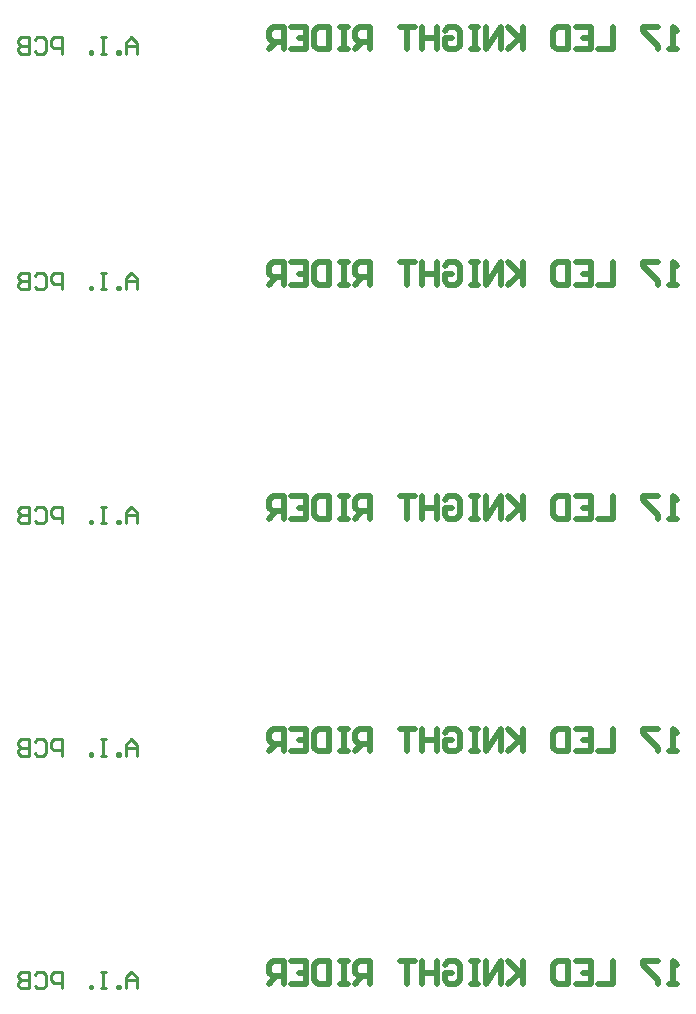
<source format=gbo>
G04 Layer_Color=32896*
%FSLAX25Y25*%
%MOIN*%
G70*
G01*
G75*
%ADD23C,0.01000*%
%ADD29C,0.01968*%
D23*
X48000Y4000D02*
Y7673D01*
X46163Y9510D01*
X44327Y7673D01*
Y4000D01*
Y6755D01*
X48000D01*
X42490Y4000D02*
Y4918D01*
X41572D01*
Y4000D01*
X42490D01*
X37898Y9510D02*
X36062D01*
X36980D01*
Y4000D01*
X37898D01*
X36062D01*
X33307D02*
Y4918D01*
X32388D01*
Y4000D01*
X33307D01*
X23205D02*
Y9510D01*
X20450D01*
X19532Y8592D01*
Y6755D01*
X20450Y5837D01*
X23205D01*
X14021Y8592D02*
X14940Y9510D01*
X16777D01*
X17695Y8592D01*
Y4918D01*
X16777Y4000D01*
X14940D01*
X14021Y4918D01*
X12185Y9510D02*
Y4000D01*
X9430D01*
X8512Y4918D01*
Y5837D01*
X9430Y6755D01*
X12185D01*
X9430D01*
X8512Y7673D01*
Y8592D01*
X9430Y9510D01*
X12185D01*
X48000Y159000D02*
Y162673D01*
X46163Y164510D01*
X44327Y162673D01*
Y159000D01*
Y161755D01*
X48000D01*
X42490Y159000D02*
Y159918D01*
X41572D01*
Y159000D01*
X42490D01*
X37898Y164510D02*
X36062D01*
X36980D01*
Y159000D01*
X37898D01*
X36062D01*
X33307D02*
Y159918D01*
X32388D01*
Y159000D01*
X33307D01*
X23205D02*
Y164510D01*
X20450D01*
X19532Y163592D01*
Y161755D01*
X20450Y160837D01*
X23205D01*
X14021Y163592D02*
X14940Y164510D01*
X16777D01*
X17695Y163592D01*
Y159918D01*
X16777Y159000D01*
X14940D01*
X14021Y159918D01*
X12185Y164510D02*
Y159000D01*
X9430D01*
X8512Y159918D01*
Y160837D01*
X9430Y161755D01*
X12185D01*
X9430D01*
X8512Y162673D01*
Y163592D01*
X9430Y164510D01*
X12185D01*
X48000Y81500D02*
Y85173D01*
X46163Y87010D01*
X44327Y85173D01*
Y81500D01*
Y84255D01*
X48000D01*
X42490Y81500D02*
Y82418D01*
X41572D01*
Y81500D01*
X42490D01*
X37898Y87010D02*
X36062D01*
X36980D01*
Y81500D01*
X37898D01*
X36062D01*
X33307D02*
Y82418D01*
X32388D01*
Y81500D01*
X33307D01*
X23205D02*
Y87010D01*
X20450D01*
X19532Y86092D01*
Y84255D01*
X20450Y83337D01*
X23205D01*
X14021Y86092D02*
X14940Y87010D01*
X16777D01*
X17695Y86092D01*
Y82418D01*
X16777Y81500D01*
X14940D01*
X14021Y82418D01*
X12185Y87010D02*
Y81500D01*
X9430D01*
X8512Y82418D01*
Y83337D01*
X9430Y84255D01*
X12185D01*
X9430D01*
X8512Y85173D01*
Y86092D01*
X9430Y87010D01*
X12185D01*
X48000Y237000D02*
Y240673D01*
X46163Y242510D01*
X44327Y240673D01*
Y237000D01*
Y239755D01*
X48000D01*
X42490Y237000D02*
Y237918D01*
X41572D01*
Y237000D01*
X42490D01*
X37898Y242510D02*
X36062D01*
X36980D01*
Y237000D01*
X37898D01*
X36062D01*
X33307D02*
Y237918D01*
X32388D01*
Y237000D01*
X33307D01*
X23205D02*
Y242510D01*
X20450D01*
X19532Y241592D01*
Y239755D01*
X20450Y238837D01*
X23205D01*
X14021Y241592D02*
X14940Y242510D01*
X16777D01*
X17695Y241592D01*
Y237918D01*
X16777Y237000D01*
X14940D01*
X14021Y237918D01*
X12185Y242510D02*
Y237000D01*
X9430D01*
X8512Y237918D01*
Y238837D01*
X9430Y239755D01*
X12185D01*
X9430D01*
X8512Y240673D01*
Y241592D01*
X9430Y242510D01*
X12185D01*
X48000Y315500D02*
Y319173D01*
X46163Y321010D01*
X44327Y319173D01*
Y315500D01*
Y318255D01*
X48000D01*
X42490Y315500D02*
Y316418D01*
X41572D01*
Y315500D01*
X42490D01*
X37898Y321010D02*
X36062D01*
X36980D01*
Y315500D01*
X37898D01*
X36062D01*
X33307D02*
Y316418D01*
X32388D01*
Y315500D01*
X33307D01*
X23205D02*
Y321010D01*
X20450D01*
X19532Y320092D01*
Y318255D01*
X20450Y317337D01*
X23205D01*
X14021Y320092D02*
X14940Y321010D01*
X16777D01*
X17695Y320092D01*
Y316418D01*
X16777Y315500D01*
X14940D01*
X14021Y316418D01*
X12185Y321010D02*
Y315500D01*
X9430D01*
X8512Y316418D01*
Y317337D01*
X9430Y318255D01*
X12185D01*
X9430D01*
X8512Y319173D01*
Y320092D01*
X9430Y321010D01*
X12185D01*
D29*
X228000Y5500D02*
X225507D01*
X226754D01*
Y12978D01*
X228000Y11732D01*
X221768Y12978D02*
X216783D01*
Y11732D01*
X221768Y6746D01*
Y5500D01*
X206813Y12978D02*
Y5500D01*
X201827D01*
X194350Y12978D02*
X199335D01*
Y5500D01*
X194350D01*
X199335Y9239D02*
X196842D01*
X191857Y12978D02*
Y5500D01*
X188118D01*
X186872Y6746D01*
Y11732D01*
X188118Y12978D01*
X191857D01*
X176901D02*
Y5500D01*
Y7993D01*
X171916Y12978D01*
X175655Y9239D01*
X171916Y5500D01*
X169423D02*
Y12978D01*
X164438Y5500D01*
Y12978D01*
X161945D02*
X159453D01*
X160699D01*
Y5500D01*
X161945D01*
X159453D01*
X150728Y11732D02*
X151975Y12978D01*
X154467D01*
X155714Y11732D01*
Y6746D01*
X154467Y5500D01*
X151975D01*
X150728Y6746D01*
Y9239D01*
X153221D01*
X148236Y12978D02*
Y5500D01*
Y9239D01*
X143251D01*
Y12978D01*
Y5500D01*
X140758Y12978D02*
X135773D01*
X138265D01*
Y5500D01*
X125802D02*
Y12978D01*
X122063D01*
X120817Y11732D01*
Y9239D01*
X122063Y7993D01*
X125802D01*
X123310D02*
X120817Y5500D01*
X118324Y12978D02*
X115832D01*
X117078D01*
Y5500D01*
X118324D01*
X115832D01*
X112093Y12978D02*
Y5500D01*
X108354D01*
X107107Y6746D01*
Y11732D01*
X108354Y12978D01*
X112093D01*
X99629D02*
X104615D01*
Y5500D01*
X99629D01*
X104615Y9239D02*
X102122D01*
X97137Y5500D02*
Y12978D01*
X93398D01*
X92152Y11732D01*
Y9239D01*
X93398Y7993D01*
X97137D01*
X94644D02*
X92152Y5500D01*
X228000Y160500D02*
X225507D01*
X226754D01*
Y167978D01*
X228000Y166732D01*
X221768Y167978D02*
X216783D01*
Y166732D01*
X221768Y161746D01*
Y160500D01*
X206813Y167978D02*
Y160500D01*
X201827D01*
X194350Y167978D02*
X199335D01*
Y160500D01*
X194350D01*
X199335Y164239D02*
X196842D01*
X191857Y167978D02*
Y160500D01*
X188118D01*
X186872Y161746D01*
Y166732D01*
X188118Y167978D01*
X191857D01*
X176901D02*
Y160500D01*
Y162993D01*
X171916Y167978D01*
X175655Y164239D01*
X171916Y160500D01*
X169423D02*
Y167978D01*
X164438Y160500D01*
Y167978D01*
X161945D02*
X159453D01*
X160699D01*
Y160500D01*
X161945D01*
X159453D01*
X150728Y166732D02*
X151975Y167978D01*
X154467D01*
X155714Y166732D01*
Y161746D01*
X154467Y160500D01*
X151975D01*
X150728Y161746D01*
Y164239D01*
X153221D01*
X148236Y167978D02*
Y160500D01*
Y164239D01*
X143251D01*
Y167978D01*
Y160500D01*
X140758Y167978D02*
X135773D01*
X138265D01*
Y160500D01*
X125802D02*
Y167978D01*
X122063D01*
X120817Y166732D01*
Y164239D01*
X122063Y162993D01*
X125802D01*
X123310D02*
X120817Y160500D01*
X118324Y167978D02*
X115832D01*
X117078D01*
Y160500D01*
X118324D01*
X115832D01*
X112093Y167978D02*
Y160500D01*
X108354D01*
X107107Y161746D01*
Y166732D01*
X108354Y167978D01*
X112093D01*
X99629D02*
X104615D01*
Y160500D01*
X99629D01*
X104615Y164239D02*
X102122D01*
X97137Y160500D02*
Y167978D01*
X93398D01*
X92152Y166732D01*
Y164239D01*
X93398Y162993D01*
X97137D01*
X94644D02*
X92152Y160500D01*
X228000Y83000D02*
X225507D01*
X226754D01*
Y90478D01*
X228000Y89232D01*
X221768Y90478D02*
X216783D01*
Y89232D01*
X221768Y84246D01*
Y83000D01*
X206813Y90478D02*
Y83000D01*
X201827D01*
X194350Y90478D02*
X199335D01*
Y83000D01*
X194350D01*
X199335Y86739D02*
X196842D01*
X191857Y90478D02*
Y83000D01*
X188118D01*
X186872Y84246D01*
Y89232D01*
X188118Y90478D01*
X191857D01*
X176901D02*
Y83000D01*
Y85493D01*
X171916Y90478D01*
X175655Y86739D01*
X171916Y83000D01*
X169423D02*
Y90478D01*
X164438Y83000D01*
Y90478D01*
X161945D02*
X159453D01*
X160699D01*
Y83000D01*
X161945D01*
X159453D01*
X150728Y89232D02*
X151975Y90478D01*
X154467D01*
X155714Y89232D01*
Y84246D01*
X154467Y83000D01*
X151975D01*
X150728Y84246D01*
Y86739D01*
X153221D01*
X148236Y90478D02*
Y83000D01*
Y86739D01*
X143251D01*
Y90478D01*
Y83000D01*
X140758Y90478D02*
X135773D01*
X138265D01*
Y83000D01*
X125802D02*
Y90478D01*
X122063D01*
X120817Y89232D01*
Y86739D01*
X122063Y85493D01*
X125802D01*
X123310D02*
X120817Y83000D01*
X118324Y90478D02*
X115832D01*
X117078D01*
Y83000D01*
X118324D01*
X115832D01*
X112093Y90478D02*
Y83000D01*
X108354D01*
X107107Y84246D01*
Y89232D01*
X108354Y90478D01*
X112093D01*
X99629D02*
X104615D01*
Y83000D01*
X99629D01*
X104615Y86739D02*
X102122D01*
X97137Y83000D02*
Y90478D01*
X93398D01*
X92152Y89232D01*
Y86739D01*
X93398Y85493D01*
X97137D01*
X94644D02*
X92152Y83000D01*
X228000Y238500D02*
X225507D01*
X226754D01*
Y245978D01*
X228000Y244732D01*
X221768Y245978D02*
X216783D01*
Y244732D01*
X221768Y239746D01*
Y238500D01*
X206813Y245978D02*
Y238500D01*
X201827D01*
X194350Y245978D02*
X199335D01*
Y238500D01*
X194350D01*
X199335Y242239D02*
X196842D01*
X191857Y245978D02*
Y238500D01*
X188118D01*
X186872Y239746D01*
Y244732D01*
X188118Y245978D01*
X191857D01*
X176901D02*
Y238500D01*
Y240993D01*
X171916Y245978D01*
X175655Y242239D01*
X171916Y238500D01*
X169423D02*
Y245978D01*
X164438Y238500D01*
Y245978D01*
X161945D02*
X159453D01*
X160699D01*
Y238500D01*
X161945D01*
X159453D01*
X150728Y244732D02*
X151975Y245978D01*
X154467D01*
X155714Y244732D01*
Y239746D01*
X154467Y238500D01*
X151975D01*
X150728Y239746D01*
Y242239D01*
X153221D01*
X148236Y245978D02*
Y238500D01*
Y242239D01*
X143251D01*
Y245978D01*
Y238500D01*
X140758Y245978D02*
X135773D01*
X138265D01*
Y238500D01*
X125802D02*
Y245978D01*
X122063D01*
X120817Y244732D01*
Y242239D01*
X122063Y240993D01*
X125802D01*
X123310D02*
X120817Y238500D01*
X118324Y245978D02*
X115832D01*
X117078D01*
Y238500D01*
X118324D01*
X115832D01*
X112093Y245978D02*
Y238500D01*
X108354D01*
X107107Y239746D01*
Y244732D01*
X108354Y245978D01*
X112093D01*
X99629D02*
X104615D01*
Y238500D01*
X99629D01*
X104615Y242239D02*
X102122D01*
X97137Y238500D02*
Y245978D01*
X93398D01*
X92152Y244732D01*
Y242239D01*
X93398Y240993D01*
X97137D01*
X94644D02*
X92152Y238500D01*
X228000Y317000D02*
X225507D01*
X226754D01*
Y324478D01*
X228000Y323232D01*
X221768Y324478D02*
X216783D01*
Y323232D01*
X221768Y318246D01*
Y317000D01*
X206813Y324478D02*
Y317000D01*
X201827D01*
X194350Y324478D02*
X199335D01*
Y317000D01*
X194350D01*
X199335Y320739D02*
X196842D01*
X191857Y324478D02*
Y317000D01*
X188118D01*
X186872Y318246D01*
Y323232D01*
X188118Y324478D01*
X191857D01*
X176901D02*
Y317000D01*
Y319493D01*
X171916Y324478D01*
X175655Y320739D01*
X171916Y317000D01*
X169423D02*
Y324478D01*
X164438Y317000D01*
Y324478D01*
X161945D02*
X159453D01*
X160699D01*
Y317000D01*
X161945D01*
X159453D01*
X150728Y323232D02*
X151975Y324478D01*
X154467D01*
X155714Y323232D01*
Y318246D01*
X154467Y317000D01*
X151975D01*
X150728Y318246D01*
Y320739D01*
X153221D01*
X148236Y324478D02*
Y317000D01*
Y320739D01*
X143251D01*
Y324478D01*
Y317000D01*
X140758Y324478D02*
X135773D01*
X138265D01*
Y317000D01*
X125802D02*
Y324478D01*
X122063D01*
X120817Y323232D01*
Y320739D01*
X122063Y319493D01*
X125802D01*
X123310D02*
X120817Y317000D01*
X118324Y324478D02*
X115832D01*
X117078D01*
Y317000D01*
X118324D01*
X115832D01*
X112093Y324478D02*
Y317000D01*
X108354D01*
X107107Y318246D01*
Y323232D01*
X108354Y324478D01*
X112093D01*
X99629D02*
X104615D01*
Y317000D01*
X99629D01*
X104615Y320739D02*
X102122D01*
X97137Y317000D02*
Y324478D01*
X93398D01*
X92152Y323232D01*
Y320739D01*
X93398Y319493D01*
X97137D01*
X94644D02*
X92152Y317000D01*
M02*

</source>
